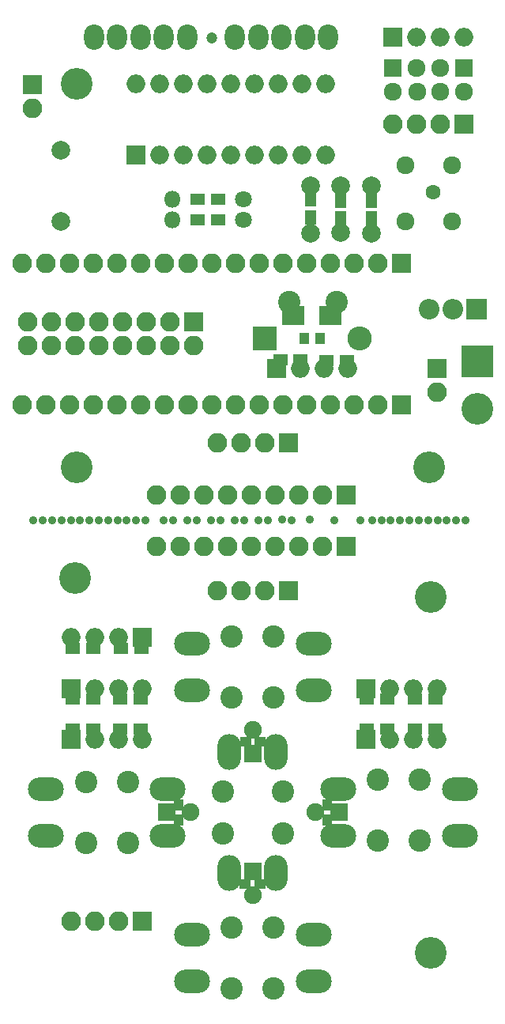
<source format=gts>
G04 #@! TF.FileFunction,Soldermask,Top*
%FSLAX45Y45*%
G04 Gerber Fmt 4.5, Leading zero omitted, Abs format (unit mm)*
G04 Created by KiCad (PCBNEW 4.0.6-e0-6349~53~ubuntu16.04.1) date Wed May 24 17:29:30 2017*
%MOMM*%
%LPD*%
G01*
G04 APERTURE LIST*
%ADD10C,0.020000*%
%ADD11R,1.900000X1.900000*%
%ADD12C,1.900000*%
%ADD13C,3.400000*%
%ADD14R,2.100000X2.100000*%
%ADD15O,2.100000X2.100000*%
%ADD16O,3.833200X2.514400*%
%ADD17R,1.200000X1.000000*%
%ADD18R,1.000000X1.200000*%
%ADD19O,2.514400X3.833200*%
%ADD20R,2.000000X2.000000*%
%ADD21O,2.000000X2.000000*%
%ADD22R,1.600000X1.300000*%
%ADD23R,3.400000X3.400000*%
%ADD24R,2.600000X2.600000*%
%ADD25O,2.600000X2.600000*%
%ADD26R,2.400000X2.100000*%
%ADD27C,2.400000*%
%ADD28R,1.150000X1.600000*%
%ADD29C,2.000000*%
%ADD30C,1.800000*%
%ADD31O,1.800000X1.800000*%
%ADD32C,2.000200*%
%ADD33O,2.124000X2.710000*%
%ADD34R,1.924000X1.924000*%
%ADD35C,1.924000*%
%ADD36R,2.200000X2.200000*%
%ADD37O,2.200000X2.200000*%
%ADD38C,1.200000*%
%ADD39C,1.600000*%
%ADD40C,0.900000*%
G04 APERTURE END LIST*
D10*
D11*
X13425600Y-12099544D03*
D12*
X13171600Y-12099544D03*
D11*
X12500000Y-11468100D03*
D12*
X12500000Y-11214100D03*
D11*
X11574400Y-12099544D03*
D12*
X11828400Y-12099544D03*
D11*
X12500000Y-12735560D03*
D12*
X12500000Y-12989560D03*
D13*
X14403100Y-13600000D03*
D14*
X11316716Y-13267980D03*
D15*
X11062716Y-13267980D03*
X10808716Y-13267980D03*
X10554716Y-13267980D03*
D16*
X11850356Y-13412660D03*
X11850356Y-13912660D03*
X13150356Y-13912660D03*
X13150356Y-13412660D03*
D17*
X12579848Y-12865100D03*
X12419848Y-12865100D03*
D18*
X13298600Y-12019544D03*
X13298600Y-12179544D03*
X11701780Y-12019544D03*
X11701780Y-12179544D03*
D16*
X10285716Y-11850814D03*
X10285716Y-12350814D03*
X11585716Y-12350814D03*
X11585716Y-11850814D03*
D19*
X12750000Y-11449544D03*
X12250000Y-11449544D03*
X12250000Y-12749544D03*
X12750000Y-12749544D03*
D17*
X12580864Y-11342624D03*
X12420864Y-11342624D03*
D20*
X10552176Y-11320272D03*
D21*
X10806176Y-11320272D03*
X11060176Y-11320272D03*
X11314176Y-11320272D03*
D22*
X11077684Y-11208512D03*
X11297684Y-11208512D03*
X10569176Y-11208512D03*
X10789176Y-11208512D03*
X10569176Y-10886948D03*
X10789176Y-10886948D03*
X11077684Y-10886948D03*
X11297684Y-10886948D03*
D20*
X10552176Y-10774680D03*
D21*
X10806176Y-10774680D03*
X11060176Y-10774680D03*
X11314176Y-10774680D03*
D16*
X13414996Y-11848020D03*
X13414996Y-12348020D03*
X14714996Y-12348020D03*
X14714996Y-11848020D03*
D22*
X14455920Y-11209020D03*
X14235920Y-11209020D03*
X13936236Y-11208512D03*
X13716236Y-11208512D03*
D20*
X13711428Y-11320272D03*
D21*
X13965428Y-11320272D03*
X14219428Y-11320272D03*
X14473428Y-11320272D03*
D22*
X14235920Y-10886948D03*
X14455920Y-10886948D03*
X13716236Y-10886948D03*
X13936236Y-10886948D03*
D20*
X13711428Y-10774680D03*
D21*
X13965428Y-10774680D03*
X14219428Y-10774680D03*
X14473428Y-10774680D03*
D16*
X13150356Y-10794556D03*
X13150356Y-10294556D03*
X11850356Y-10294556D03*
X11850356Y-10794556D03*
D22*
X10573748Y-10340848D03*
X10793748Y-10340848D03*
X11083272Y-10341356D03*
X11303272Y-10341356D03*
D20*
X11318748Y-10229088D03*
D21*
X11064748Y-10229088D03*
X10810748Y-10229088D03*
X10556748Y-10229088D03*
D13*
X10599660Y-9592310D03*
X14402540Y-9795764D03*
D14*
X12881000Y-9723120D03*
D15*
X12627000Y-9723120D03*
X12373000Y-9723120D03*
X12119000Y-9723120D03*
D14*
X13500000Y-9250000D03*
D15*
X13246000Y-9250000D03*
X12992000Y-9250000D03*
X12738000Y-9250000D03*
X12484000Y-9250000D03*
X12230000Y-9250000D03*
X11976000Y-9250000D03*
X11722000Y-9250000D03*
X11468000Y-9250000D03*
D14*
X13500000Y-8700000D03*
D15*
X13246000Y-8700000D03*
X12992000Y-8700000D03*
X12738000Y-8700000D03*
X12484000Y-8700000D03*
X12230000Y-8700000D03*
X11976000Y-8700000D03*
X11722000Y-8700000D03*
X11468000Y-8700000D03*
D13*
X14385798Y-8405622D03*
D14*
X12881000Y-8139176D03*
D15*
X12627000Y-8139176D03*
X12373000Y-8139176D03*
X12119000Y-8139176D03*
D13*
X10614660Y-8404860D03*
D23*
X14903196Y-7273290D03*
D13*
X14903196Y-7781290D03*
D14*
X14470380Y-7349490D03*
D15*
X14470380Y-7603490D03*
D14*
X14089380Y-7739380D03*
D15*
X13835380Y-7739380D03*
X13581380Y-7739380D03*
X13327380Y-7739380D03*
X13073380Y-7739380D03*
X12819380Y-7739380D03*
X12565380Y-7739380D03*
X12311380Y-7739380D03*
X12057380Y-7739380D03*
X11803380Y-7739380D03*
X11549380Y-7739380D03*
X11295380Y-7739380D03*
X11041380Y-7739380D03*
X10787380Y-7739380D03*
X10533380Y-7739380D03*
X10279380Y-7739380D03*
X10025380Y-7739380D03*
D14*
X11869420Y-6847840D03*
D15*
X11869420Y-7101840D03*
X11615420Y-6847840D03*
X11615420Y-7101840D03*
X11361420Y-6847840D03*
X11361420Y-7101840D03*
X11107420Y-6847840D03*
X11107420Y-7101840D03*
X10853420Y-6847840D03*
X10853420Y-7101840D03*
X10599420Y-6847840D03*
X10599420Y-7101840D03*
X10345420Y-6847840D03*
X10345420Y-7101840D03*
X10091420Y-6847840D03*
X10091420Y-7101840D03*
D22*
X12792946Y-7257796D03*
X13012946Y-7257796D03*
X13289516Y-7259828D03*
X13509516Y-7259828D03*
D20*
X12758928Y-7350252D03*
D21*
X13012928Y-7350252D03*
X13266928Y-7350252D03*
X13520928Y-7350252D03*
D18*
X13047308Y-7022592D03*
X13217308Y-7022592D03*
D24*
X12629388Y-7022592D03*
D25*
X13645388Y-7022592D03*
D26*
X13331800Y-6778244D03*
X12931800Y-6778244D03*
D27*
X13397484Y-6636004D03*
X12889484Y-6635004D03*
D14*
X14089380Y-6225032D03*
D15*
X13835380Y-6225032D03*
X13581380Y-6225032D03*
X13327380Y-6225032D03*
X13073380Y-6225032D03*
X12819380Y-6225032D03*
X12565380Y-6225032D03*
X12311380Y-6225032D03*
X12057380Y-6225032D03*
X11803380Y-6225032D03*
X11549380Y-6225032D03*
X11295380Y-6225032D03*
X11041380Y-6225032D03*
X10787380Y-6225032D03*
X10533380Y-6225032D03*
X10279380Y-6225032D03*
X10025380Y-6225032D03*
D28*
X13444220Y-5551420D03*
X13444220Y-5741420D03*
X13771880Y-5741420D03*
X13771880Y-5551420D03*
D29*
X13771880Y-5895340D03*
X13771880Y-5395340D03*
X13444220Y-5394960D03*
X13444220Y-5894960D03*
D30*
X12400660Y-5758180D03*
D31*
X11638660Y-5758180D03*
D22*
X12129660Y-5758180D03*
X11909660Y-5758180D03*
D30*
X12400660Y-5532120D03*
D31*
X11638660Y-5532120D03*
D22*
X12129660Y-5532120D03*
X11909660Y-5532120D03*
D29*
X13116560Y-5895340D03*
X13116560Y-5395340D03*
D28*
X13116560Y-5726180D03*
X13116560Y-5536180D03*
D13*
X10614660Y-4300000D03*
D32*
X10444480Y-5772404D03*
X10444480Y-5012436D03*
D20*
X11244580Y-5059680D03*
D21*
X13276580Y-4297680D03*
X11498580Y-5059680D03*
X13022580Y-4297680D03*
X11752580Y-5059680D03*
X12768580Y-4297680D03*
X12006580Y-5059680D03*
X12514580Y-4297680D03*
X12260580Y-5059680D03*
X12260580Y-4297680D03*
X12514580Y-5059680D03*
X12006580Y-4297680D03*
X12768580Y-5059680D03*
X11752580Y-4297680D03*
X13022580Y-5059680D03*
X11498580Y-4297680D03*
X13276580Y-5059680D03*
X11244580Y-4297680D03*
D14*
X10142220Y-4310380D03*
D15*
X10142220Y-4564380D03*
D33*
X11297920Y-3799840D03*
X11547920Y-3799840D03*
X11797920Y-3799840D03*
X10797920Y-3799840D03*
X11047920Y-3799840D03*
X12806680Y-3799840D03*
X13056680Y-3799840D03*
X13306680Y-3799840D03*
X12306680Y-3799840D03*
X12556680Y-3799840D03*
D14*
X14765528Y-4732020D03*
D15*
X14511528Y-4732020D03*
X14257528Y-4732020D03*
X14003528Y-4732020D03*
D20*
X13997940Y-3799840D03*
D21*
X14251940Y-3799840D03*
X14505940Y-3799840D03*
X14759940Y-3799840D03*
D34*
X14003020Y-4130040D03*
D35*
X14257020Y-4130040D03*
X14511020Y-4130040D03*
D34*
X14765020Y-4130040D03*
D35*
X14765020Y-4384040D03*
X14511020Y-4384040D03*
X14262100Y-4384040D03*
X14003020Y-4384040D03*
D36*
X14897608Y-6711188D03*
D37*
X14643608Y-6711188D03*
X14389608Y-6711188D03*
D38*
X12057888Y-3811524D03*
D39*
X14428216Y-5459476D03*
D40*
X14778154Y-8969756D03*
X14678154Y-8969756D03*
X14578154Y-8969756D03*
X14478154Y-8969756D03*
X14378154Y-8969756D03*
X14278154Y-8969756D03*
X14178154Y-8969756D03*
X14078154Y-8969756D03*
X13978154Y-8969756D03*
X13878154Y-8969756D03*
X13778154Y-8969756D03*
X11350000Y-8969756D03*
X11250000Y-8969756D03*
X13648944Y-8970264D03*
X13369798Y-8970264D03*
X12916154Y-8969756D03*
X12662154Y-8969756D03*
X12408154Y-8969756D03*
X12154154Y-8969756D03*
X11900154Y-8969756D03*
X13106908Y-8967978D03*
X12815316Y-8967216D03*
X12560808Y-8970264D03*
X12307824Y-8969502D03*
X12052808Y-8969248D03*
X11800840Y-8969756D03*
X11545062Y-8969502D03*
X11646154Y-8969756D03*
X11150000Y-8969756D03*
X11050000Y-8969756D03*
X10950000Y-8969756D03*
X10850000Y-8969756D03*
X10750000Y-8969756D03*
X10650000Y-8969756D03*
X10550000Y-8969756D03*
X10450000Y-8969756D03*
X10350000Y-8969756D03*
X10250000Y-8969756D03*
X10150094Y-8969756D03*
D27*
X12725000Y-10871080D03*
X12275000Y-10871080D03*
X12725000Y-10221080D03*
X12275000Y-10221080D03*
X13839600Y-11749540D03*
X14289600Y-11749540D03*
X13839600Y-12399540D03*
X14289600Y-12399540D03*
X12725000Y-13985120D03*
X12275000Y-13985120D03*
X12725000Y-13335120D03*
X12275000Y-13335120D03*
X11160400Y-12424544D03*
X10710400Y-12424544D03*
X11160400Y-11774544D03*
X10710400Y-11774544D03*
X12175000Y-12324544D03*
X12175000Y-11874544D03*
X12825000Y-12324544D03*
X12825000Y-11874544D03*
D35*
X14635480Y-5773140D03*
X14132560Y-5773140D03*
X14132560Y-5168620D03*
X14635480Y-5168620D03*
M02*

</source>
